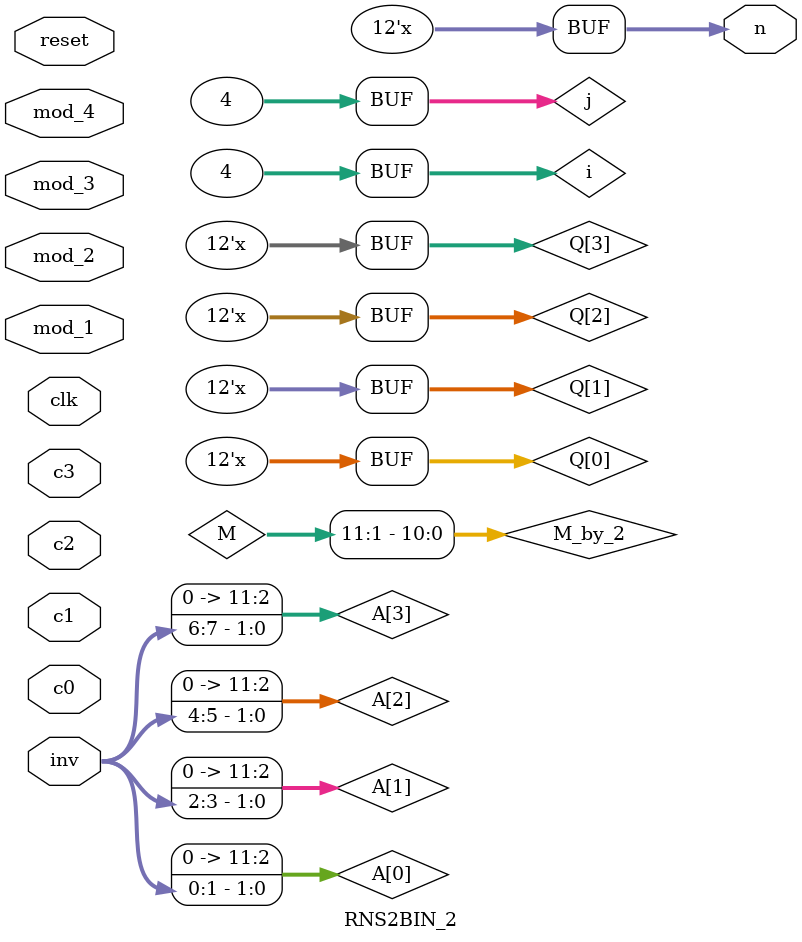
<source format=v>
`timescale 1ns / 1ps

module RNS2BIN_2(
    clk, reset,
    mod_1, mod_2, mod_3, mod_4,
    inv,
    c0, c1, c2, c3,
    n
    );
    //number of moduli
    parameter MOD_NUM = 4;
    //max size of moduli
    parameter MOD_SIZE = 3;
    //size of dynamic range of the representation
    parameter RANGE = MOD_NUM * MOD_SIZE;
    
    parameter LUT_SIZE = 8;
    parameter LUT_BIT_LENGTH = 2;
    
    input clk, reset;
    //moduli values
    input [MOD_SIZE : 0] mod_1, mod_2, mod_3, mod_4;
    // for storing modulo inverses calculated using ext_euc MATLAB script
    input [0:LUT_SIZE-1] inv;
    //residue coefficients
    input [MOD_SIZE - 1: 0] c0, c1, c2, c3;
    //output binary number
    output reg [RANGE - 1: 0] n;
    
    //dynamic range
    reg [RANGE - 1: 0] M;
    // half of dynamic range
    reg [RANGE - 2: 0] M_by_2;
    //array of moduli
    reg [MOD_SIZE : 0] mod_val [MOD_NUM - 1: 0];
    //array of modular inverse of Q[i] under mod_val[i]
    reg [RANGE - 1: 0] A [MOD_NUM - 1: 0];
    // Q[i] = M/mod_val[i] 
    reg [RANGE - 1: 0] Q [MOD_NUM - 1: 0];
    // array of RNS digits
    reg [MOD_SIZE - 1: 0] C [MOD_NUM - 1: 0];
    
    integer i, j;
    
    always @(posedge clk) begin
        if (reset) begin
            for (i=0; i<MOD_NUM; i=i+1) begin
                Q[i] = 1;
            end
        end
        else begin
            for (i=0; i<MOD_NUM; i=i+1) begin
                Q[i] = 1;
            end
            
            mod_val[0] <= mod_1;
            mod_val[1] <= mod_2;
            mod_val[2] <= mod_3;
            mod_val[3] <= mod_4;
            C[0] <= c0;
            C[1] <= c1;
            C[2] <= c2;
            C[3] <= c3;
            //M = dynamic range
            M <= mod_1*mod_2*mod_3*mod_4; 
        end
    end
    
    always @(C[0], C[1], C[2], C[3]) begin
        // initialise to sum to zero
        n = 0;
        for (i=0; i<MOD_NUM; i=i+1) begin
        
            for (j=0; j<MOD_NUM; j=j+1) begin
                //find Q[i] = M/m[i]
                //Q[i] = (j==i)? Q[i]*1: Q[i]*mod_val[j];
                if(j!=i)
                    Q[i] = Q[i]*mod_val[j];
                $display("%d = %d/%d", Q[i], M, mod_val[i]);
            end
            
            //find modulo inverse of Q[i] under corresponding moduli base value
            A[i] = inv[i*LUT_BIT_LENGTH +: LUT_BIT_LENGTH]; 
            $display("Modulo inverse of %d under %d is %d", Q[i], mod_val[i], A[i]);
            //find the sum
            n = n + C[i]*A[i]*Q[i];
            $display("Updated sum = %d", n);
        end
        
        $display("final sum before reduction = %d", n);
        //if n is greater than dynamic range then find mod
        if (n > M) begin
            n = n%M;
        end
        M_by_2 = M>>1;
        $display(" M by 2 = %d", M_by_2);
        if (n >= M_by_2) begin
            n = -1*M_by_2 + (n - M_by_2); 
        end
    end
    
endmodule

</source>
